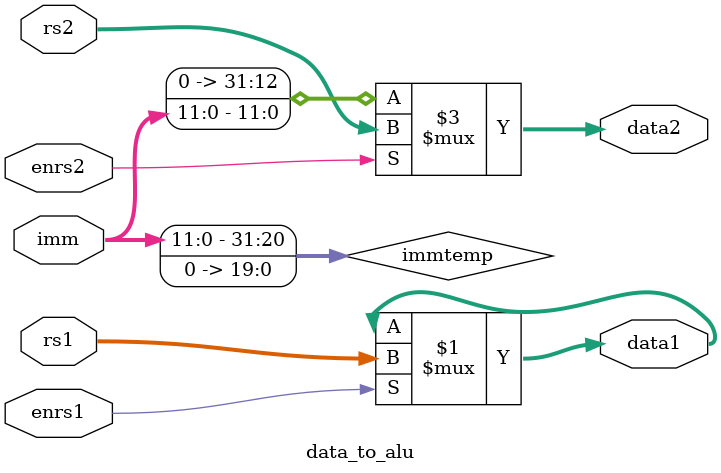
<source format=v>
`timescale 1ns / 1ps


module data_to_alu(
    input enrs1,
    input enrs2,
    input [31:0]rs1,
    input [31:0]rs2,
    input [11:0]imm,
    output [31:0]data1,
    output [31:0]data2
    );
    
    wire [31:0]immtemp={imm,20'h00000};
    
    assign data1=enrs1?rs1:data1;
    assign data2=enrs2?rs2:(immtemp>>>20);
    
/*    always @ *
    begin
        data1<=enrs1?rs1:data1;
        data2<=enrs2?rs2:(imm>>20);
    end
*/
endmodule

</source>
